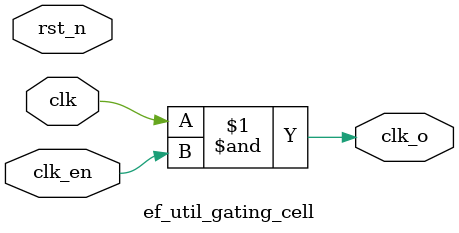
<source format=v>
`ifdef PRINT_LICENSE
/*
	Copyright 2024 Efabless Corp

    Author: Efabless Corp (ip_admin@efabless.com )
	
	Licensed under the Apache License, Version 2.0 (the "License"); 
	you may not use this file except in compliance with the License. 
	You may obtain a copy of the License at:

	http://www.apache.org/licenses/LICENSE-2.0

	Unless required by applicable law or agreed to in writing, software 
	distributed under the License is distributed on an "AS IS" BASIS, 
	WITHOUT WARRANTIES OR CONDITIONS OF ANY KIND, either express or implied. 
	See the License for the specific language governing permissions and 
	limitations under the License.
*/
`endif // PRINT_LICENSE

`timescale			    1ns/1ps
`default_nettype		none

`define     PED(clk, sig, pulse)    reg last_``sig``; always @(posedge clk) last_``sig`` <= sig; assign pulse = sig & ~last_``sig``;
`define     NED(clk, sig, pulse)    reg last_``sig``; always @(posedge clk) last_``sig`` <= sig; assign pulse = ~sig & last_``sig``;

/*
    Brute-force Synchronizer
*/
module ef_util_sync #(parameter NUM_STAGES = 2) (
    input wire clk,
    input wire in,
    output wire out
);

    reg [NUM_STAGES-1:0] sync;

    always @(posedge clk)
        sync <= {sync[NUM_STAGES-2:0], in};

    assign out = sync[NUM_STAGES-1];

endmodule

/*
    A positive edge detector
*/
module ef_util_ped (
    input wire clk,
    input wire in,
    output wire out
);
    reg last_in; 
    always @(posedge clk) 
	last_in <= in; 
    assign out = in & ~last_in;
endmodule

/*
    A negative edge detector
*/
module ef_util_ned (
    input wire clk,
    input wire in,
    output wire out
);
    reg last_in; 
    always @(posedge clk) 
        last_in <= in;
    assign out = ~in & last_in;
endmodule

/*
    A tick generator
*/
module ef_util_ticker #(parameter W=8) (
    input   wire            clk, 
    input   wire            rst_n,
    input   wire            en,
    input   wire [W-1:0]    clk_div,
    output  wire            tick
);

    reg [W-1:0] counter;
    wire        counter_is_zero = (counter == 'b0);
    wire        tick_w;
    reg         tick_reg;

    always @(posedge clk, negedge rst_n)
        if(~rst_n)
            counter <=  'b0;
        else if(en) 
            if(counter_is_zero)
                counter <=  clk_div;
            else
                counter <=  counter - 'b1; 

	assign tick_w = (clk_div == 'b0)  ?   1'b1 : counter_is_zero;

    always @(posedge clk or negedge rst_n)
        if(!rst_n)
            tick_reg <= 1'b0;
        else if(en)
            tick_reg <= tick_w;
        else
            tick_reg <= 0;

    assign tick = tick_reg;

endmodule

/*
    A glitch filter
*/
module ef_util_glitch_filter #(parameter N = 8, CLKDIV = 8'd1) (
    input   wire    clk,
    input   wire    rst_n,
    input   wire    in,
    input   wire    en,
    output  reg     out
);

    reg [N-1:0] shifter;
    wire        tick;

    ef_util_ticker ticker (
        .clk(clk),
        .rst_n(rst_n),
	.en(en),
        .clk_div(CLKDIV),
        .tick(tick)
    );

    always @(posedge clk, negedge rst_n)
        if(!rst_n)
            shifter <= 'b0;
        else if(tick)
            shifter <= {shifter[N-2:0], in};

    wire all_ones   = & shifter;
    wire all_zeros  = ~| shifter;

    always @(posedge clk, negedge rst_n)
        if(!rst_n)
            out <= 1'b0;
        else
            if(all_ones) 
                out <= 1'b1;
            else if(all_zeros) 
                out <= 1'b0;
endmodule

/*
    A FIFO
    Depth = 2^AW
    Width = DW
*/
module ef_util_fifo #(parameter DW=8, AW=4)(
    input   wire            clk,
    input   wire            rst_n,
    input   wire            rd,
    input   wire            wr,
    input   wire            flush,
    input   wire [DW-1:0]   wdata,
    output  wire            empty,
    output  wire            full,
    output  wire [DW-1:0]   rdata,
    output  wire [AW-1:0]   level    
);

    localparam  DEPTH = 2**AW;

    //Internal Signal declarations
    reg [DW-1:0]  array_reg [DEPTH-1:0];
    reg [AW-1:0]  w_ptr_reg;
    reg [AW-1:0]  w_ptr_next;
    reg [AW-1:0]  w_ptr_succ;
    reg [AW-1:0]  r_ptr_reg;
    reg [AW-1:0]  r_ptr_next;
    reg [AW-1:0]  r_ptr_succ;

    // Level
    reg [AW-1:0] level_reg;
    reg [AW-1:0] level_next;      
    reg full_reg;
    reg empty_reg;
    reg full_next;
    reg empty_next;

    wire w_en;

    always @ (posedge clk)
        if(w_en) begin
            array_reg[w_ptr_reg] <= wdata;
        end

    assign rdata = array_reg[r_ptr_reg];   
    assign w_en = wr & ~full_reg;           

    //State Machine
    always @ (posedge clk, negedge rst_n) begin 
        if(!rst_n)
            begin
                w_ptr_reg <= 'b0;
                r_ptr_reg <= 'b0;
                full_reg  <= 1'b0;
                empty_reg <= 1'b1;
                level_reg <= 'd0;
            end
        else if(flush)
            begin
                w_ptr_reg <= 'b0;
                r_ptr_reg <= 'b0;
                full_reg  <= 1'b0;
                empty_reg <= 1'b1;
                level_reg <= 'd0;
            end
        else
            begin
                w_ptr_reg <= w_ptr_next;
                r_ptr_reg <= r_ptr_next;
                full_reg  <= full_next;
                empty_reg <= empty_next;
                level_reg <= level_next;
            end
    end

    //Next State Logic
    always @* begin
        w_ptr_succ  =   w_ptr_reg + 1;
        r_ptr_succ  =   r_ptr_reg + 1;
        w_ptr_next  =   w_ptr_reg;
        r_ptr_next  =   r_ptr_reg;
        full_next   =   full_reg;
        empty_next  =   empty_reg;
        level_next  =   level_reg;

        case({w_en,rd})
            //2'b00: nop
            2'b01: 
                if(~empty_reg) begin
                    r_ptr_next = r_ptr_succ;
                    full_next = 1'b0;
                    level_next = level_reg - 1;
                    if (r_ptr_succ == w_ptr_reg)
                        empty_next = 1'b1;
                end
            
            2'b10: 
                if(~full_reg) begin
                    w_ptr_next = w_ptr_succ;
                    empty_next = 1'b0;
                    level_next = level_reg + 1;
                    if (w_ptr_succ == r_ptr_reg)
                        full_next = 1'b1;
                end
            
            2'b11: begin
                w_ptr_next = w_ptr_succ;
                r_ptr_next = r_ptr_succ;
            end
        endcase
    end

    //Set Full and Empty
    assign full = full_reg;
    assign empty = empty_reg;
    assign level = level_reg;
  
endmodule

module ef_util_sar_ctrl #(parameter SIZE = 8) ( 
    input   wire                clk,        // The clock
    input   wire                rst_n,      // Active high reset
    input   wire                soc,        // Start of Conversion
    input   wire                cmp,        // Analog comparator output
    input   wire                en,         // Enable the controller
    input   wire [3:0]          swidth,     // Number of clock cycles for sampling
    output  wire                sample_n,   // Sample_n/Hold
    output  wire [SIZE-1:0]     data,       // The output sample
    output  wire                eoc,        // End of Conversion
    output  wire                dac_rst     // reset the DAC capacitive array (optional)
);
	
	reg [SIZE-1:0]  result;
	reg [SIZE-1:0]  shift;
    reg [3:0]       sample_ctr;
    wire            sample_ctr_match = (swidth == sample_ctr);
	
    // FSM to handle the SAR operation
    // Idle -> Cap array reset (1) -> Sample (swidth) -> Convert (SIZE) -> Done (1)
    reg [2:0]   state, nstate;
	localparam [2:0]    IDLE    = 3'd0, 
	                    SAMPLE  = 3'd1, 
	                    CONV    = 3'd2, 
	                    DONE    = 3'd3,
                        RST     = 3'd7;

	always @*
        case (state)
            IDLE    :   if(soc) nstate = RST;
                        else nstate = IDLE;
            RST     :   nstate = SAMPLE;
            SAMPLE  :   if(sample_ctr_match) nstate = CONV;
                        else nstate = SAMPLE;
            CONV    :   if(shift == 1'b1) nstate = DONE;
                        else nstate = CONV;
            DONE    :   nstate = IDLE;
            default:    nstate = IDLE;
        endcase
	  
	always @(posedge clk or negedge rst_n)
        if(!rst_n)
            state <= IDLE;
        else if(en)
            state <= nstate;

    // Sample Counter
    always @(posedge clk or negedge rst_n)
        if(!rst_n)
            sample_ctr <= 'b0;
        else if(en & (state==SAMPLE))
            if(sample_ctr_match)
                sample_ctr <= 'b0;
            else
                sample_ctr <= sample_ctr + 'b1;
    
    // Shift Register
    always @(posedge clk)
        if(en)
            if(state == IDLE) 
                shift <= 1'b1 << (SIZE-1);
            else if(state == CONV)
                shift<= shift >> 1; 

    // The SAR
    wire [SIZE-1:0] current = (cmp == 1'b0) ? ~shift : {SIZE{1'b1}} ;
    wire [SIZE-1:0] next = shift >> 1;
    always @(posedge clk)
        if(en)
            if(state == IDLE)
                result <= 'b0;
            else if(state == RST) 
                result <= 1'b1 << (SIZE-1);
            else if(state == CONV)
                result <= (result | next) & current; 
	   
	assign data = result;
    
    assign eoc = (state==DONE);

    assign sample_n = (state != SAMPLE);


	assign dac_rst = (state == RST);

endmodule

/*
    Glitch-free 2x1 Clock Multiplexor
    based on the following old EDN article: 
    https://www.edn.com/techniques-to-make-clock-switching-glitch-free/
*/

module ef_util_clkmux_2x1 (
    input   wire    rst_n,
    input   wire    clk0, 
    input   wire    clk1,
    input   wire    sel,
    output  wire    clko
);

    reg Q1a, Q1b, Q2a, Q2b;
    wire q1a_in, q2a_in;
    
    assign clko = (clk0 & Q1b) | (clk1 & Q2b);
    
    wire  Q2b_bar = ~Q2b;
    wire  Q1b_bar = ~Q1b;
    wire  sel_bar = ~sel;
    
    assign q1a_in = Q2b_bar & sel_bar;
    assign q2a_in = Q1b_bar & sel;
    
    always @(posedge clk0 or negedge rst_n) 
        if (~rst_n) 
            Q1a <= 1'b0; 
        else 
            Q1a <= q1a_in;

    always @(negedge clk0 or negedge rst_n) 
        if (~rst_n) 
            Q1b <= 1'b0; 
        else 
            Q1b <= Q1a;

    always @(posedge clk1 or negedge rst_n) 
        if (~rst_n) 
            Q2a <= 1'b0; 
        else 
            Q2a <= q2a_in;

    always @(negedge clk1 or negedge rst_n) 
        if (~rst_n) 
            Q2b <= 1'b0; 
        else 
            Q2b <= Q2a;

endmodule

/*
    Glitch-free 4x1 Clock Multiplexor
*/
module ef_util_clkmux_4x1 (
    input   wire        rst_n,
    input   wire        clk0, 
    input   wire        clk1, 
    input   wire        clk2, 
    input   wire        clk3,
    input   wire [1:0]  sel,
    output  wire        clko
);

    wire clko1, clko2;

    ef_util_clkmux_2x1 m1(  
                    .rst_n(rst_n),
                    .clk0(clk0), 
                    .clk1(clk1), 
                    .clko(clko1), 
                    .sel(sel[0])
                );
    ef_util_clkmux_2x1 m2(  
                    .rst_n(rst_n),
                    .clk0(clk2), 
                    .clk1(clk3), 
                    .clko(clko2), 
                    .sel(sel[0])
                );
    ef_util_clkmux_2x1 m3(  
                    .rst_n(rst_n),
                    .clk0(clko1), 
                    .clk1(clko2), 
                    .clko(clko), 
                    .sel(sel[1])
                );
    
endmodule

/*
Clocking Gating Cell
*/
module ef_util_gating_cell(
    `ifdef USE_POWER_PINS 
    input   wire    vpwr,
    input   wire    vgnd,
    `endif // USE_POWER_PINS
    input   wire    clk,
    input   wire    rst_n,
    input   wire    clk_en,
    output  wire    clk_o
);
    `ifdef CLKG_SKY130_HD
    (* keep *) sky130_fd_sc_hd__dlclkp_4 clk_gate(
    `ifdef USE_POWER_PINS 
        .VPWR(vpwr), 
        .VGND(vgnd), 
        .VNB(vpwr),
		.VPB(vgnd),
    `endif // CLKG_SKY130_HD
        .GCLK(clk_o), 
        .GATE(clk_en), 
        .CLK(clk)
        );
    `else // CLKG_SKY130_HD
    assign clk_o = clk & clk_en; 
    `endif // CLKG_SKY130_HD
endmodule
</source>
